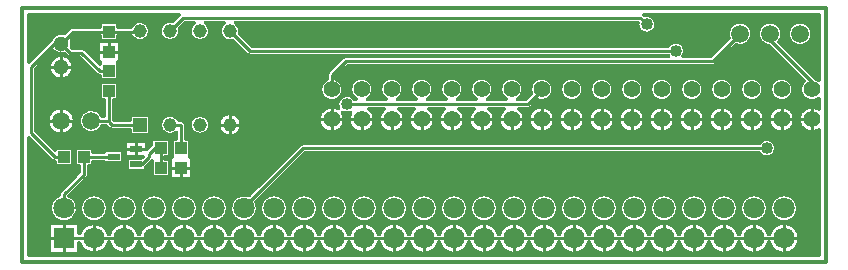
<source format=gbr>
G04 DesignSpark PCB Gerber Version 11.0 Build 5877*
%FSLAX35Y35*%
%MOIN*%
%ADD24R,0.03937X0.03937*%
%ADD106R,0.04563X0.04563*%
%ADD103R,0.07087X0.07087*%
%ADD11C,0.01000*%
%ADD10C,0.01200*%
%ADD13C,0.04000*%
%ADD107C,0.04563*%
%ADD105C,0.05118*%
%ADD102C,0.05500*%
%ADD108C,0.05916*%
%ADD104C,0.07087*%
%ADD109R,0.04134X0.01969*%
%ADD23R,0.03937X0.03937*%
X0Y0D02*
D02*
D10*
X1083Y600D02*
X269075D01*
Y85314D01*
X1083D01*
Y600D01*
X3484Y41850D02*
Y3000D01*
X266676D01*
Y44368D01*
G75*
G02*
X259967Y48022I-2360J3654D01*
G01*
G75*
G02*
X266676Y51676I4350J0D01*
G01*
Y54980D01*
G75*
G02*
X261717Y60862I-2360J3042D01*
G01*
X250054Y72525D01*
G75*
G02*
X246411Y76561I414J4037D01*
G01*
G75*
G02*
X254526I4058J0D01*
G01*
G75*
G02*
X253375Y73730I-4058J0D01*
G01*
X265383Y61721D01*
G75*
G02*
X266676Y61064I-1066J-3699D01*
G01*
Y82913D01*
X208390D01*
X208607Y82696D01*
G75*
G02*
X212453Y79687I746J-3009D01*
G01*
G75*
G02*
X206253I-3100J0D01*
G01*
G75*
G02*
X206309Y80276I3100J0D01*
G01*
X72329D01*
G75*
G02*
X73644Y76527I-1925J-2780D01*
G01*
X77636Y72535D01*
X216388D01*
G75*
G02*
X222143Y70935I2655J-1600D01*
G01*
G75*
G02*
X221539Y69096I-3100J0D01*
G01*
X230734D01*
X236698Y75060D01*
G75*
G02*
X236411Y76561I3770J1501D01*
G01*
G75*
G02*
X244526I4058J0D01*
G01*
G75*
G02*
X238959Y72795I-4058J0D01*
G01*
X232530Y66366D01*
G75*
G02*
X231397Y65896I-1133J1130D01*
G01*
X109671D01*
X105917Y62141D01*
Y61524D01*
G75*
G02*
X108167Y58022I-1600J-3502D01*
G01*
G75*
G02*
X100467I-3850J0D01*
G01*
G75*
G02*
X102717Y61524I3850J0D01*
G01*
Y62804D01*
G75*
G02*
X103187Y63937I1600J0D01*
G01*
X107876Y68626D01*
G75*
G02*
X109009Y69096I1133J-1130D01*
G01*
X216547D01*
G75*
G02*
X216388Y69335I2496J1837D01*
G01*
X76973D01*
G75*
G02*
X75841Y69805I0J1600D01*
G01*
X71386Y74259D01*
G75*
G02*
X68479Y80276I-982J3236D01*
G01*
X62329D01*
G75*
G02*
X63785Y77495I-1925J-2780D01*
G01*
G75*
G02*
X57022I-3381J0D01*
G01*
G75*
G02*
X58479Y80276I3381J0D01*
G01*
X55442D01*
X53641Y78474D01*
G75*
G02*
X53785Y77495I-3237J-979D01*
G01*
G75*
G02*
X47022I-3381J0D01*
G01*
G75*
G02*
X51376Y80734I3381J0D01*
G01*
X53553Y82913D01*
X3484D01*
Y67230D01*
X10646Y74391D01*
G75*
G02*
X15337Y76767I3496J-1083D01*
G01*
X17048Y78478D01*
G75*
G02*
X18181Y78948I1133J-1130D01*
G01*
X27013D01*
Y80417D01*
X33151D01*
Y78948D01*
X37351D01*
G75*
G02*
X43785Y77495I3053J-1453D01*
G01*
G75*
G02*
X37509Y75748I-3381J0D01*
G01*
X33151D01*
Y74281D01*
X27013D01*
Y75748D01*
X18843D01*
X17599Y74504D01*
G75*
G02*
Y72113I-3459J-1196D01*
G01*
X17803Y71909D01*
X20867D01*
G75*
G02*
X22000Y71439I0J-1600D01*
G01*
X27013Y66425D01*
Y67088D01*
X26513D01*
Y74224D01*
X33651D01*
Y67088D01*
X33151D01*
Y61151D01*
X27013D01*
Y62618D01*
X26957D01*
G75*
G02*
X25825Y63088I0J1600D01*
G01*
X20205Y68709D01*
X17143D01*
G75*
G02*
X16561Y68817I-2J1600D01*
G01*
G75*
G02*
X14141Y61276I-2420J-3383D01*
G01*
G75*
G02*
X9982Y65435I0J4159D01*
G01*
G75*
G02*
X16070Y69119I4159J0D01*
G01*
G75*
G02*
X16009Y69178I1074J1186D01*
G01*
X15336Y69850D01*
G75*
G02*
X11528Y70748I-1195J3459D01*
G01*
X5738Y64958D01*
Y44122D01*
X12045Y37815D01*
Y38679D01*
X18181D01*
Y32541D01*
X12045D01*
Y34011D01*
X11986D01*
G75*
G02*
X10854Y34481I0J1600D01*
G01*
X3484Y41850D01*
X256411Y76561D02*
G75*
G02*
X264526I4058J0D01*
G01*
G75*
G02*
X256411I-4058J0D01*
G01*
X239967Y48022D02*
G75*
G02*
X248667I4350J0D01*
G01*
G75*
G02*
X239967I-4350J0D01*
G01*
X240467Y58022D02*
G75*
G02*
X248167I3850J0D01*
G01*
G75*
G02*
X240467I-3850J0D01*
G01*
X229967Y48022D02*
G75*
G02*
X238667I4350J0D01*
G01*
G75*
G02*
X229967I-4350J0D01*
G01*
X230467Y58022D02*
G75*
G02*
X238167I3850J0D01*
G01*
G75*
G02*
X230467I-3850J0D01*
G01*
X170467D02*
G75*
G02*
X178167I3850J0D01*
G01*
G75*
G02*
X173150Y54353I-3850J0D01*
G01*
X170782Y51985D01*
G75*
G02*
X169650Y51516I-1132J1130D01*
G01*
X166908D01*
G75*
G02*
X168667Y48022I-2592J-3494D01*
G01*
G75*
G02*
X159967I-4350J0D01*
G01*
G75*
G02*
X161725Y51516I4350J0D01*
G01*
X156908D01*
G75*
G02*
X158667Y48022I-2592J-3494D01*
G01*
G75*
G02*
X149967I-4350J0D01*
G01*
G75*
G02*
X151725Y51516I4350J0D01*
G01*
X146908D01*
G75*
G02*
X148667Y48022I-2592J-3494D01*
G01*
G75*
G02*
X139967I-4350J0D01*
G01*
G75*
G02*
X141725Y51516I4350J0D01*
G01*
X136908D01*
G75*
G02*
X138667Y48022I-2592J-3494D01*
G01*
G75*
G02*
X129967I-4350J0D01*
G01*
G75*
G02*
X131725Y51516I4350J0D01*
G01*
X126908D01*
G75*
G02*
X128667Y48022I-2592J-3494D01*
G01*
G75*
G02*
X119967I-4350J0D01*
G01*
G75*
G02*
X121725Y51516I4350J0D01*
G01*
X116908D01*
G75*
G02*
X118667Y48022I-2592J-3494D01*
G01*
G75*
G02*
X109967I-4350J0D01*
G01*
G75*
G02*
X110610Y50298I4350J0D01*
G01*
G75*
G02*
X108022Y50300I-1292J2819D01*
G01*
G75*
G02*
X108667Y48022I-3706J-2278D01*
G01*
G75*
G02*
X99967I-4350J0D01*
G01*
G75*
G02*
X106526Y51769I4350J0D01*
G01*
G75*
G02*
X111974Y54716I2792J1348D01*
G01*
X112344D01*
G75*
G02*
X110467Y58022I1972J3306D01*
G01*
G75*
G02*
X118167I3850J0D01*
G01*
G75*
G02*
X116289Y54716I-3850J0D01*
G01*
X122344D01*
G75*
G02*
X120467Y58022I1972J3306D01*
G01*
G75*
G02*
X128167I3850J0D01*
G01*
G75*
G02*
X126289Y54716I-3850J0D01*
G01*
X132344D01*
G75*
G02*
X130467Y58022I1972J3306D01*
G01*
G75*
G02*
X138167I3850J0D01*
G01*
G75*
G02*
X136289Y54716I-3850J0D01*
G01*
X142344D01*
G75*
G02*
X140467Y58022I1972J3306D01*
G01*
G75*
G02*
X148167I3850J0D01*
G01*
G75*
G02*
X146289Y54716I-3850J0D01*
G01*
X152344D01*
G75*
G02*
X150467Y58022I1972J3306D01*
G01*
G75*
G02*
X158167I3850J0D01*
G01*
G75*
G02*
X156289Y54716I-3850J0D01*
G01*
X162344D01*
G75*
G02*
X160467Y58022I1972J3306D01*
G01*
G75*
G02*
X168167I3850J0D01*
G01*
G75*
G02*
X166289Y54716I-3850J0D01*
G01*
X168987D01*
X170778Y56506D01*
G75*
G02*
X170467Y58022I3539J1516D01*
G01*
X169967Y48022D02*
G75*
G02*
X178667I4350J0D01*
G01*
G75*
G02*
X169967I-4350J0D01*
G01*
X179967D02*
G75*
G02*
X188667I4350J0D01*
G01*
G75*
G02*
X179967I-4350J0D01*
G01*
X180467Y58022D02*
G75*
G02*
X188167I3850J0D01*
G01*
G75*
G02*
X180467I-3850J0D01*
G01*
X189967Y48022D02*
G75*
G02*
X198667I4350J0D01*
G01*
G75*
G02*
X189967I-4350J0D01*
G01*
X190467Y58022D02*
G75*
G02*
X198167I3850J0D01*
G01*
G75*
G02*
X190467I-3850J0D01*
G01*
X199967Y48022D02*
G75*
G02*
X208667I4350J0D01*
G01*
G75*
G02*
X199967I-4350J0D01*
G01*
X200467Y58022D02*
G75*
G02*
X208167I3850J0D01*
G01*
G75*
G02*
X200467I-3850J0D01*
G01*
X209967Y48022D02*
G75*
G02*
X218667I4350J0D01*
G01*
G75*
G02*
X209967I-4350J0D01*
G01*
X210467Y58022D02*
G75*
G02*
X218167I3850J0D01*
G01*
G75*
G02*
X210467I-3850J0D01*
G01*
X219967Y48022D02*
G75*
G02*
X228667I4350J0D01*
G01*
G75*
G02*
X219967I-4350J0D01*
G01*
X220467Y58022D02*
G75*
G02*
X228167I3850J0D01*
G01*
G75*
G02*
X220467I-3850J0D01*
G01*
X66522Y46243D02*
G75*
G02*
X74285I3881J0D01*
G01*
G75*
G02*
X66522I-3881J0D01*
G01*
X246710Y40024D02*
G75*
G02*
X252465Y38424I2655J-1600D01*
G01*
G75*
G02*
X246710Y36824I-3100J0D01*
G01*
X95454D01*
X79194Y20565D01*
G75*
G02*
X75079Y13772I-4116J-2150D01*
G01*
G75*
G02*
X70435Y18415I0J4643D01*
G01*
G75*
G02*
X76822Y22719I4643J0D01*
G01*
X93659Y39554D01*
G75*
G02*
X94791Y40024I1133J-1130D01*
G01*
X246710D01*
X255079Y23058D02*
G75*
G02*
Y13772I0J-4643D01*
G01*
G75*
G02*
X250435Y18415I0J4643D01*
G01*
G75*
G02*
X255079Y23058I4643J0D01*
G01*
X105079D02*
G75*
G02*
X109722Y18415I0J-4643D01*
G01*
G75*
G02*
X105079Y13772I-4643J0D01*
G01*
G75*
G02*
X100435Y18415I0J4643D01*
G01*
G75*
G02*
X105079Y23058I4643J0D01*
G01*
X115079D02*
G75*
G02*
X119722Y18415I0J-4643D01*
G01*
G75*
G02*
X115079Y13772I-4643J0D01*
G01*
G75*
G02*
X110435Y18415I0J4643D01*
G01*
G75*
G02*
X115079Y23058I4643J0D01*
G01*
X125079D02*
G75*
G02*
Y13772I0J-4643D01*
G01*
G75*
G02*
X120435Y18415I0J4643D01*
G01*
G75*
G02*
X125079Y23058I4643J0D01*
G01*
X135079D02*
G75*
G02*
X139722Y18415I0J-4643D01*
G01*
G75*
G02*
X135079Y13772I-4643J0D01*
G01*
G75*
G02*
X130435Y18415I0J4643D01*
G01*
G75*
G02*
X135079Y23058I4643J0D01*
G01*
X145079D02*
G75*
G02*
X149722Y18415I0J-4643D01*
G01*
G75*
G02*
X145079Y13772I-4643J0D01*
G01*
G75*
G02*
X140435Y18415I0J4643D01*
G01*
G75*
G02*
X145079Y23058I4643J0D01*
G01*
X155079D02*
G75*
G02*
X159722Y18415I0J-4643D01*
G01*
G75*
G02*
X155079Y13772I-4643J0D01*
G01*
G75*
G02*
X150435Y18415I0J4643D01*
G01*
G75*
G02*
X155079Y23058I4643J0D01*
G01*
X165079D02*
G75*
G02*
X169722Y18415I0J-4643D01*
G01*
G75*
G02*
X165079Y13772I-4643J0D01*
G01*
G75*
G02*
X160435Y18415I0J4643D01*
G01*
G75*
G02*
X165079Y23058I4643J0D01*
G01*
X175079D02*
G75*
G02*
Y13772I0J-4643D01*
G01*
G75*
G02*
X170435Y18415I0J4643D01*
G01*
G75*
G02*
X175079Y23058I4643J0D01*
G01*
X185079D02*
G75*
G02*
X189722Y18415I0J-4643D01*
G01*
G75*
G02*
X185079Y13772I-4643J0D01*
G01*
G75*
G02*
X180435Y18415I0J4643D01*
G01*
G75*
G02*
X185079Y23058I4643J0D01*
G01*
X195079D02*
G75*
G02*
X199722Y18415I0J-4643D01*
G01*
G75*
G02*
X195079Y13772I-4643J0D01*
G01*
G75*
G02*
X190435Y18415I0J4643D01*
G01*
G75*
G02*
X195079Y23058I4643J0D01*
G01*
X205079D02*
G75*
G02*
Y13772I0J-4643D01*
G01*
G75*
G02*
X200435Y18415I0J4643D01*
G01*
G75*
G02*
X205079Y23058I4643J0D01*
G01*
X215079D02*
G75*
G02*
X219722Y18415I0J-4643D01*
G01*
G75*
G02*
X215079Y13772I-4643J0D01*
G01*
G75*
G02*
X210435Y18415I0J4643D01*
G01*
G75*
G02*
X215079Y23058I4643J0D01*
G01*
X225079D02*
G75*
G02*
Y13772I0J-4643D01*
G01*
G75*
G02*
X220435Y18415I0J4643D01*
G01*
G75*
G02*
X225079Y23058I4643J0D01*
G01*
X235079D02*
G75*
G02*
X239722Y18415I0J-4643D01*
G01*
G75*
G02*
X235079Y13772I-4643J0D01*
G01*
G75*
G02*
X230435Y18415I0J4643D01*
G01*
G75*
G02*
X235079Y23058I4643J0D01*
G01*
X245079D02*
G75*
G02*
X249722Y18415I0J-4643D01*
G01*
G75*
G02*
X245079Y13772I-4643J0D01*
G01*
G75*
G02*
X240435Y18415I0J4643D01*
G01*
G75*
G02*
X245079Y23058I4643J0D01*
G01*
X85079D02*
G75*
G02*
X89722Y18415I0J-4643D01*
G01*
G75*
G02*
X85079Y13772I-4643J0D01*
G01*
G75*
G02*
X80435Y18415I0J4643D01*
G01*
G75*
G02*
X85079Y23058I4643J0D01*
G01*
X95079D02*
G75*
G02*
Y13772I0J-4643D01*
G01*
G75*
G02*
X90435Y18415I0J4643D01*
G01*
G75*
G02*
X95079Y23058I4643J0D01*
G01*
X57022Y46243D02*
G75*
G02*
X63785I3381J0D01*
G01*
G75*
G02*
X57022I-3381J0D01*
G01*
X65079Y23058D02*
G75*
G02*
X69722Y18415I0J-4643D01*
G01*
G75*
G02*
X65079Y13772I-4643J0D01*
G01*
G75*
G02*
X60435Y18415I0J4643D01*
G01*
G75*
G02*
X65079Y23058I4643J0D01*
G01*
X57072Y35427D02*
X57689D01*
Y28293D01*
X50553D01*
Y35427D01*
X50935D01*
Y41494D01*
X52554D01*
Y43633D01*
G75*
G02*
X47022Y46243I-2150J2610D01*
G01*
G75*
G02*
X53383Y47843I3381J0D01*
G01*
X54154D01*
G75*
G02*
X55754Y46243I0J-1600D01*
G01*
Y41494D01*
X57072D01*
Y35427D01*
X37021Y49624D02*
X43785D01*
Y42862D01*
X37021D01*
Y44643D01*
X31021D01*
G75*
G02*
X29889Y45113I0J1600D01*
G01*
X29112Y45890D01*
X27870D01*
G75*
G02*
X20083Y47490I-3729J1600D01*
G01*
G75*
G02*
X27870Y49090I4058J0D01*
G01*
X28483D01*
Y54458D01*
X27013D01*
Y60596D01*
X33151D01*
Y54458D01*
X31683D01*
Y47844D01*
X31684Y47843D01*
X37021D01*
Y49624D01*
X48910Y34927D02*
X50496D01*
Y28793D01*
X44360D01*
Y34125D01*
X42305Y32070D01*
Y30966D01*
X35970D01*
Y35135D01*
X40845D01*
X41294Y35584D01*
X35470D01*
Y40754D01*
X42805D01*
Y38091D01*
X44242Y39528D01*
Y41494D01*
X50380D01*
Y35356D01*
X48910D01*
Y34927D01*
X55079Y23058D02*
G75*
G02*
X59722Y18415I0J-4643D01*
G01*
G75*
G02*
X55079Y13772I-4643J0D01*
G01*
G75*
G02*
X50435Y18415I0J4643D01*
G01*
G75*
G02*
X55079Y23058I4643J0D01*
G01*
X45079D02*
G75*
G02*
Y13772I0J-4643D01*
G01*
G75*
G02*
X40435Y18415I0J4643D01*
G01*
G75*
G02*
X45079Y23058I4643J0D01*
G01*
X28490Y37694D02*
X34824D01*
Y33525D01*
X28490D01*
Y34011D01*
X24874D01*
Y32541D01*
X23405D01*
Y29671D01*
G75*
G02*
X22436Y28200I-1600J0D01*
G01*
X16915Y22680D01*
G75*
G02*
X15079Y13772I-1837J-4265D01*
G01*
G75*
G02*
X13480Y22774I0J4643D01*
G01*
Y23107D01*
G75*
G02*
X13950Y24240I1600J0D01*
G01*
X20205Y30495D01*
Y32541D01*
X18738D01*
Y38679D01*
X24874D01*
Y37211D01*
X28490D01*
Y37694D01*
X35079Y23058D02*
G75*
G02*
X39722Y18415I0J-4643D01*
G01*
G75*
G02*
X35079Y13772I-4643J0D01*
G01*
G75*
G02*
X30435Y18415I0J4643D01*
G01*
G75*
G02*
X35079Y23058I4643J0D01*
G01*
X25079D02*
G75*
G02*
X29722Y18415I0J-4643D01*
G01*
G75*
G02*
X25079Y13772I-4643J0D01*
G01*
G75*
G02*
X20435Y18415I0J4643D01*
G01*
G75*
G02*
X25079Y23058I4643J0D01*
G01*
X9583Y47490D02*
G75*
G02*
X18699I4558J0D01*
G01*
G75*
G02*
X9583I-4558J0D01*
G01*
X250079Y9620D02*
G75*
G02*
X260222Y8415I5000J-1206D01*
G01*
G75*
G02*
X250079Y7209I-5143J0D01*
G01*
G75*
G02*
X240079I-5000J1206D01*
G01*
G75*
G02*
X230079I-5000J1206D01*
G01*
G75*
G02*
X220079I-5000J1206D01*
G01*
G75*
G02*
X210079I-5000J1206D01*
G01*
G75*
G02*
X200079I-5000J1206D01*
G01*
G75*
G02*
X190079I-5000J1206D01*
G01*
G75*
G02*
X180079I-5000J1206D01*
G01*
G75*
G02*
X170079I-5000J1206D01*
G01*
G75*
G02*
X160079I-5000J1206D01*
G01*
G75*
G02*
X150079I-5000J1206D01*
G01*
G75*
G02*
X140079I-5000J1206D01*
G01*
G75*
G02*
X130079I-5000J1206D01*
G01*
G75*
G02*
X120079I-5000J1206D01*
G01*
G75*
G02*
X110079I-5000J1206D01*
G01*
G75*
G02*
X100079I-5000J1206D01*
G01*
G75*
G02*
X90079I-5000J1206D01*
G01*
G75*
G02*
X80079I-5000J1206D01*
G01*
G75*
G02*
X70079I-5000J1206D01*
G01*
G75*
G02*
X60079I-5000J1206D01*
G01*
G75*
G02*
X50079I-5000J1206D01*
G01*
G75*
G02*
X40079I-5000J1206D01*
G01*
G75*
G02*
X30079I-5000J1206D01*
G01*
G75*
G02*
X20222Y6722I-5000J1206D01*
G01*
Y3273D01*
X9935D01*
Y13557D01*
X20222D01*
Y10108D01*
G75*
G02*
X30079Y9620I4857J-1693D01*
G01*
G75*
G02*
X40079I5000J-1206D01*
G01*
G75*
G02*
X50079I5000J-1206D01*
G01*
G75*
G02*
X60079I5000J-1206D01*
G01*
G75*
G02*
X70079I5000J-1206D01*
G01*
G75*
G02*
X80079I5000J-1206D01*
G01*
G75*
G02*
X90079I5000J-1206D01*
G01*
G75*
G02*
X100079I5000J-1206D01*
G01*
G75*
G02*
X110079I5000J-1206D01*
G01*
G75*
G02*
X120079I5000J-1206D01*
G01*
G75*
G02*
X130079I5000J-1206D01*
G01*
G75*
G02*
X140079I5000J-1206D01*
G01*
G75*
G02*
X150079I5000J-1206D01*
G01*
G75*
G02*
X160079I5000J-1206D01*
G01*
G75*
G02*
X170079I5000J-1206D01*
G01*
G75*
G02*
X180079I5000J-1206D01*
G01*
G75*
G02*
X190079I5000J-1206D01*
G01*
G75*
G02*
X200079I5000J-1206D01*
G01*
G75*
G02*
X210079I5000J-1206D01*
G01*
G75*
G02*
X220079I5000J-1206D01*
G01*
G75*
G02*
X230079I5000J-1206D01*
G01*
G75*
G02*
X240079I5000J-1206D01*
G01*
G75*
G02*
X250079I5000J-1206D01*
G01*
X250467Y58022D02*
G75*
G02*
X258167I3850J0D01*
G01*
G75*
G02*
X250467I-3850J0D01*
G01*
X249967Y48022D02*
G75*
G02*
X258667I4350J0D01*
G01*
G75*
G02*
X249967I-4350J0D01*
G01*
X4084Y8415D02*
G36*
X4084Y8415D02*
Y3600D01*
X9935D01*
Y8415D01*
X4084D01*
G37*
X20222Y6722D02*
G36*
X20222Y6722D02*
Y3600D01*
X23270D01*
G75*
G02*
X20222Y6722I1808J4815D01*
G01*
G37*
X30079Y7209D02*
G36*
X30079Y7209D02*
G75*
G02*
X26887Y3600I-5000J1206D01*
G01*
X33270D01*
G75*
G02*
X30079Y7209I1808J4815D01*
G01*
G37*
X40079D02*
G36*
X40079Y7209D02*
G75*
G02*
X36887Y3600I-5000J1206D01*
G01*
X43270D01*
G75*
G02*
X40079Y7209I1808J4815D01*
G01*
G37*
X50079D02*
G36*
X50079Y7209D02*
G75*
G02*
X46887Y3600I-5000J1206D01*
G01*
X53270D01*
G75*
G02*
X50079Y7209I1808J4815D01*
G01*
G37*
X60079D02*
G36*
X60079Y7209D02*
G75*
G02*
X56887Y3600I-5000J1206D01*
G01*
X63270D01*
G75*
G02*
X60079Y7209I1808J4815D01*
G01*
G37*
X70079D02*
G36*
X70079Y7209D02*
G75*
G02*
X66887Y3600I-5000J1206D01*
G01*
X73270D01*
G75*
G02*
X70079Y7209I1808J4815D01*
G01*
G37*
X80079D02*
G36*
X80079Y7209D02*
G75*
G02*
X76887Y3600I-5000J1206D01*
G01*
X83270D01*
G75*
G02*
X80079Y7209I1808J4815D01*
G01*
G37*
X90079D02*
G36*
X90079Y7209D02*
G75*
G02*
X86887Y3600I-5000J1206D01*
G01*
X93270D01*
G75*
G02*
X90079Y7209I1808J4815D01*
G01*
G37*
X100079D02*
G36*
X100079Y7209D02*
G75*
G02*
X96887Y3600I-5000J1206D01*
G01*
X103270D01*
G75*
G02*
X100079Y7209I1808J4815D01*
G01*
G37*
X110079D02*
G36*
X110079Y7209D02*
G75*
G02*
X106887Y3600I-5000J1206D01*
G01*
X113270D01*
G75*
G02*
X110079Y7209I1808J4815D01*
G01*
G37*
X120079D02*
G36*
X120079Y7209D02*
G75*
G02*
X116887Y3600I-5000J1206D01*
G01*
X123270D01*
G75*
G02*
X120079Y7209I1808J4815D01*
G01*
G37*
X130079D02*
G36*
X130079Y7209D02*
G75*
G02*
X126887Y3600I-5000J1206D01*
G01*
X133270D01*
G75*
G02*
X130079Y7209I1808J4815D01*
G01*
G37*
X140079D02*
G36*
X140079Y7209D02*
G75*
G02*
X136887Y3600I-5000J1206D01*
G01*
X143270D01*
G75*
G02*
X140079Y7209I1808J4815D01*
G01*
G37*
X150079D02*
G36*
X150079Y7209D02*
G75*
G02*
X146887Y3600I-5000J1206D01*
G01*
X153270D01*
G75*
G02*
X150079Y7209I1808J4815D01*
G01*
G37*
X160079D02*
G36*
X160079Y7209D02*
G75*
G02*
X156887Y3600I-5000J1206D01*
G01*
X163270D01*
G75*
G02*
X160079Y7209I1808J4815D01*
G01*
G37*
X170079D02*
G36*
X170079Y7209D02*
G75*
G02*
X166887Y3600I-5000J1206D01*
G01*
X173270D01*
G75*
G02*
X170079Y7209I1808J4815D01*
G01*
G37*
X180079D02*
G36*
X180079Y7209D02*
G75*
G02*
X176887Y3600I-5000J1206D01*
G01*
X183270D01*
G75*
G02*
X180079Y7209I1808J4815D01*
G01*
G37*
X190079D02*
G36*
X190079Y7209D02*
G75*
G02*
X186887Y3600I-5000J1206D01*
G01*
X193270D01*
G75*
G02*
X190079Y7209I1808J4815D01*
G01*
G37*
X200079D02*
G36*
X200079Y7209D02*
G75*
G02*
X196887Y3600I-5000J1206D01*
G01*
X203270D01*
G75*
G02*
X200079Y7209I1808J4815D01*
G01*
G37*
X210079D02*
G36*
X210079Y7209D02*
G75*
G02*
X206887Y3600I-5000J1206D01*
G01*
X213270D01*
G75*
G02*
X210079Y7209I1808J4815D01*
G01*
G37*
X220079D02*
G36*
X220079Y7209D02*
G75*
G02*
X216887Y3600I-5000J1206D01*
G01*
X223270D01*
G75*
G02*
X220079Y7209I1808J4815D01*
G01*
G37*
X230079D02*
G36*
X230079Y7209D02*
G75*
G02*
X226887Y3600I-5000J1206D01*
G01*
X233270D01*
G75*
G02*
X230079Y7209I1808J4815D01*
G01*
G37*
X240079D02*
G36*
X240079Y7209D02*
G75*
G02*
X236887Y3600I-5000J1206D01*
G01*
X243270D01*
G75*
G02*
X240079Y7209I1808J4815D01*
G01*
G37*
X250079D02*
G36*
X250079Y7209D02*
G75*
G02*
X246887Y3600I-5000J1206D01*
G01*
X253270D01*
G75*
G02*
X250079Y7209I1809J4815D01*
G01*
G37*
X260222Y8415D02*
G36*
X260222Y8415D02*
G75*
G02*
X256887Y3600I-5143J0D01*
G01*
X266076D01*
Y8415D01*
X260222D01*
G37*
X4084Y18415D02*
G36*
X4084Y18415D02*
Y8415D01*
X9935D01*
Y13557D01*
X20222D01*
Y10108D01*
G75*
G02*
X30079Y9620I4857J-1693D01*
G01*
G75*
G02*
X40079I5000J-1206D01*
G01*
G75*
G02*
X50079I5000J-1206D01*
G01*
G75*
G02*
X60079I5000J-1206D01*
G01*
G75*
G02*
X70079I5000J-1206D01*
G01*
G75*
G02*
X80079I5000J-1206D01*
G01*
G75*
G02*
X90079I5000J-1206D01*
G01*
G75*
G02*
X100079I5000J-1206D01*
G01*
G75*
G02*
X110079I5000J-1206D01*
G01*
G75*
G02*
X120079I5000J-1206D01*
G01*
G75*
G02*
X130079I5000J-1206D01*
G01*
G75*
G02*
X140079I5000J-1206D01*
G01*
G75*
G02*
X150079I5000J-1206D01*
G01*
G75*
G02*
X160079I5000J-1206D01*
G01*
G75*
G02*
X170079I5000J-1206D01*
G01*
G75*
G02*
X180079I5000J-1206D01*
G01*
G75*
G02*
X190079I5000J-1206D01*
G01*
G75*
G02*
X200079I5000J-1206D01*
G01*
G75*
G02*
X210079I5000J-1206D01*
G01*
G75*
G02*
X220079I5000J-1206D01*
G01*
G75*
G02*
X230079I5000J-1206D01*
G01*
G75*
G02*
X240079I5000J-1206D01*
G01*
G75*
G02*
X250079I5000J-1206D01*
G01*
G75*
G02*
X260222Y8415I5000J-1206D01*
G01*
X266076D01*
Y18415D01*
X259722D01*
G75*
G02*
X255079Y13772I-4643J0D01*
G01*
G75*
G02*
X250435Y18415I0J4643D01*
G01*
Y18415D01*
X249722D01*
Y18415D01*
G75*
G02*
X245079Y13772I-4643J0D01*
G01*
G75*
G02*
X240435Y18415I0J4643D01*
G01*
Y18415D01*
X239722D01*
Y18415D01*
G75*
G02*
X235079Y13772I-4643J0D01*
G01*
G75*
G02*
X230435Y18415I0J4643D01*
G01*
Y18415D01*
X229722D01*
G75*
G02*
X225079Y13772I-4643J0D01*
G01*
G75*
G02*
X220435Y18415I0J4643D01*
G01*
Y18415D01*
X219722D01*
Y18415D01*
G75*
G02*
X215079Y13772I-4643J0D01*
G01*
G75*
G02*
X210435Y18415I0J4643D01*
G01*
Y18415D01*
X209722D01*
G75*
G02*
X205079Y13772I-4643J0D01*
G01*
G75*
G02*
X200435Y18415I0J4643D01*
G01*
Y18415D01*
X199722D01*
Y18415D01*
G75*
G02*
X195079Y13772I-4643J0D01*
G01*
G75*
G02*
X190435Y18415I0J4643D01*
G01*
Y18415D01*
X189722D01*
Y18415D01*
G75*
G02*
X185079Y13772I-4643J0D01*
G01*
G75*
G02*
X180435Y18415I0J4643D01*
G01*
Y18415D01*
X179722D01*
G75*
G02*
X175079Y13772I-4643J0D01*
G01*
G75*
G02*
X170435Y18415I0J4643D01*
G01*
Y18415D01*
X169722D01*
Y18415D01*
G75*
G02*
X165079Y13772I-4643J0D01*
G01*
G75*
G02*
X160435Y18415I0J4643D01*
G01*
Y18415D01*
X159722D01*
Y18415D01*
G75*
G02*
X155079Y13772I-4643J0D01*
G01*
G75*
G02*
X150435Y18415I0J4643D01*
G01*
Y18415D01*
X149722D01*
Y18415D01*
G75*
G02*
X145079Y13772I-4643J0D01*
G01*
G75*
G02*
X140435Y18415I0J4643D01*
G01*
Y18415D01*
X139722D01*
Y18415D01*
G75*
G02*
X135079Y13772I-4643J0D01*
G01*
G75*
G02*
X130435Y18415I0J4643D01*
G01*
Y18415D01*
X129722D01*
G75*
G02*
X125079Y13772I-4643J0D01*
G01*
G75*
G02*
X120435Y18415I0J4643D01*
G01*
Y18415D01*
X119722D01*
Y18415D01*
G75*
G02*
X115079Y13772I-4643J0D01*
G01*
G75*
G02*
X110435Y18415I0J4643D01*
G01*
Y18415D01*
X109722D01*
Y18415D01*
G75*
G02*
X105079Y13772I-4643J0D01*
G01*
G75*
G02*
X100435Y18415I0J4643D01*
G01*
Y18415D01*
X99722D01*
G75*
G02*
X95079Y13772I-4643J0D01*
G01*
G75*
G02*
X90435Y18415I0J4643D01*
G01*
Y18415D01*
X89722D01*
Y18415D01*
G75*
G02*
X85079Y13772I-4643J0D01*
G01*
G75*
G02*
X80435Y18415I0J4643D01*
G01*
Y18415D01*
X79722D01*
G75*
G02*
X75079Y13772I-4643J0D01*
G01*
G75*
G02*
X70435Y18415I0J4643D01*
G01*
Y18415D01*
X69722D01*
Y18415D01*
G75*
G02*
X65079Y13772I-4643J0D01*
G01*
G75*
G02*
X60435Y18415I0J4643D01*
G01*
Y18415D01*
X59722D01*
Y18415D01*
G75*
G02*
X55079Y13772I-4643J0D01*
G01*
G75*
G02*
X50435Y18415I0J4643D01*
G01*
Y18415D01*
X49722D01*
G75*
G02*
X45079Y13772I-4643J0D01*
G01*
G75*
G02*
X40435Y18415I0J4643D01*
G01*
Y18415D01*
X39722D01*
Y18415D01*
G75*
G02*
X35079Y13772I-4643J0D01*
G01*
G75*
G02*
X30435Y18415I0J4643D01*
G01*
Y18415D01*
X29722D01*
Y18415D01*
G75*
G02*
X25079Y13772I-4643J0D01*
G01*
G75*
G02*
X20435Y18415I0J4643D01*
G01*
Y18415D01*
X19722D01*
G75*
G02*
X15079Y13772I-4643J0D01*
G01*
G75*
G02*
X10435Y18415I0J4643D01*
G01*
X4084D01*
G37*
Y27648D02*
G36*
X4084Y27648D02*
Y18415D01*
X10435D01*
G75*
G02*
X13480Y22774I4643J0D01*
G01*
Y23107D01*
Y23107D01*
G75*
G02*
X13950Y24240I1599J0D01*
G01*
X17358Y27648D01*
X4084D01*
G37*
X16915Y22680D02*
G36*
X16915Y22680D02*
G75*
G02*
X19722Y18415I-1837J-4265D01*
G01*
X20435D01*
Y18415D01*
G75*
G02*
X25079Y23058I4643J0D01*
G01*
G75*
G02*
X29722Y18415I0J-4643D01*
G01*
Y18415D01*
X30435D01*
Y18415D01*
G75*
G02*
X35079Y23058I4643J0D01*
G01*
G75*
G02*
X39722Y18415I0J-4643D01*
G01*
Y18415D01*
X40435D01*
Y18415D01*
G75*
G02*
X45079Y23058I4643J0D01*
G01*
G75*
G02*
X49722Y18415I0J-4643D01*
G01*
X50435D01*
Y18415D01*
G75*
G02*
X55079Y23058I4643J0D01*
G01*
G75*
G02*
X59722Y18415I0J-4643D01*
G01*
Y18415D01*
X60435D01*
Y18415D01*
G75*
G02*
X65079Y23058I4643J0D01*
G01*
G75*
G02*
X69722Y18415I0J-4643D01*
G01*
Y18415D01*
X70435D01*
G75*
G02*
X76822Y22719I4643J0D01*
G01*
X81752Y27648D01*
X21883D01*
X16915Y22680D01*
G37*
X79722Y18415D02*
G36*
X79722Y18415D02*
X80435D01*
Y18415D01*
G75*
G02*
X85079Y23058I4643J0D01*
G01*
G75*
G02*
X89722Y18415I0J-4643D01*
G01*
Y18415D01*
X90435D01*
Y18415D01*
G75*
G02*
X95079Y23058I4643J0D01*
G01*
G75*
G02*
X99722Y18415I0J-4643D01*
G01*
X100435D01*
Y18415D01*
G75*
G02*
X105079Y23058I4643J0D01*
G01*
G75*
G02*
X109722Y18415I0J-4643D01*
G01*
Y18415D01*
X110435D01*
Y18415D01*
G75*
G02*
X115079Y23058I4643J0D01*
G01*
G75*
G02*
X119722Y18415I0J-4643D01*
G01*
Y18415D01*
X120435D01*
Y18415D01*
G75*
G02*
X125079Y23058I4643J0D01*
G01*
G75*
G02*
X129722Y18415I0J-4643D01*
G01*
X130435D01*
Y18415D01*
G75*
G02*
X135079Y23058I4643J0D01*
G01*
G75*
G02*
X139722Y18415I0J-4643D01*
G01*
Y18415D01*
X140435D01*
Y18415D01*
G75*
G02*
X145079Y23058I4643J0D01*
G01*
G75*
G02*
X149722Y18415I0J-4643D01*
G01*
Y18415D01*
X150435D01*
Y18415D01*
G75*
G02*
X155079Y23058I4643J0D01*
G01*
G75*
G02*
X159722Y18415I0J-4643D01*
G01*
Y18415D01*
X160435D01*
Y18415D01*
G75*
G02*
X165079Y23058I4643J0D01*
G01*
G75*
G02*
X169722Y18415I0J-4643D01*
G01*
Y18415D01*
X170435D01*
Y18415D01*
G75*
G02*
X175079Y23058I4643J0D01*
G01*
G75*
G02*
X179722Y18415I0J-4643D01*
G01*
X180435D01*
Y18415D01*
G75*
G02*
X185079Y23058I4643J0D01*
G01*
G75*
G02*
X189722Y18415I0J-4643D01*
G01*
Y18415D01*
X190435D01*
Y18415D01*
G75*
G02*
X195079Y23058I4643J0D01*
G01*
G75*
G02*
X199722Y18415I0J-4643D01*
G01*
Y18415D01*
X200435D01*
Y18415D01*
G75*
G02*
X205079Y23058I4643J0D01*
G01*
G75*
G02*
X209722Y18415I0J-4643D01*
G01*
X210435D01*
Y18415D01*
G75*
G02*
X215079Y23058I4643J0D01*
G01*
G75*
G02*
X219722Y18415I0J-4643D01*
G01*
Y18415D01*
X220435D01*
Y18415D01*
G75*
G02*
X225079Y23058I4643J0D01*
G01*
G75*
G02*
X229722Y18415I0J-4643D01*
G01*
X230435D01*
Y18415D01*
G75*
G02*
X235079Y23058I4643J0D01*
G01*
G75*
G02*
X239722Y18415I0J-4643D01*
G01*
Y18415D01*
X240435D01*
Y18415D01*
G75*
G02*
X245079Y23058I4643J0D01*
G01*
G75*
G02*
X249722Y18415I0J-4643D01*
G01*
Y18415D01*
X250435D01*
Y18415D01*
G75*
G02*
X255079Y23058I4643J0D01*
G01*
G75*
G02*
X259722Y18415I0J-4643D01*
G01*
X266076D01*
Y27648D01*
X86278D01*
X79194Y20565D01*
G75*
G02*
X79722Y18415I-4116J-2150D01*
G01*
G37*
X4084Y35143D02*
G36*
X4084Y35143D02*
Y27648D01*
X17358D01*
X20205Y30495D01*
Y32541D01*
X18738D01*
Y35143D01*
X18181D01*
Y32541D01*
X12045D01*
Y34011D01*
X11986D01*
G75*
G02*
X10854Y34481I0J1599D01*
G01*
X10191Y35143D01*
X4084D01*
G37*
X22436Y28200D02*
G36*
X22436Y28200D02*
X21883Y27648D01*
X81752D01*
X89248Y35143D01*
X57689D01*
Y28293D01*
X50553D01*
Y35143D01*
X48910D01*
Y34927D01*
X50496D01*
Y28793D01*
X44360D01*
Y34125D01*
X42305Y32070D01*
Y30966D01*
X35970D01*
Y35135D01*
X40845D01*
X40853Y35143D01*
X34824D01*
Y33525D01*
X28490D01*
Y34011D01*
X24874D01*
Y32541D01*
X23405D01*
Y29671D01*
G75*
G02*
X22436Y28200I-1602J1D01*
G01*
G37*
X93773Y35143D02*
G36*
X93773Y35143D02*
X86278Y27648D01*
X266076D01*
Y35143D01*
X93773D01*
G37*
X4084Y41250D02*
G36*
X4084Y41250D02*
Y35143D01*
X10191D01*
X4084Y41250D01*
G37*
X5738Y48022D02*
G36*
X5738Y48022D02*
Y44122D01*
X12045Y37815D01*
Y38679D01*
X18181D01*
Y35143D01*
X18738D01*
Y38679D01*
X24874D01*
Y37211D01*
X28490D01*
Y37694D01*
X34824D01*
Y35143D01*
X40853D01*
X41294Y35584D01*
X35470D01*
Y40754D01*
X42805D01*
Y38091D01*
X44242Y39528D01*
Y41494D01*
X50380D01*
Y35356D01*
X48910D01*
Y35143D01*
X50553D01*
Y35427D01*
X50935D01*
Y41494D01*
X52554D01*
Y43633D01*
G75*
G02*
X47022Y46243I-2150J2610D01*
G01*
G75*
G02*
X47528Y48022I3382J0D01*
G01*
X43785D01*
Y42862D01*
X37021D01*
Y44643D01*
X31021D01*
G75*
G02*
X29889Y45113I0J1599D01*
G01*
X29112Y45890D01*
X27870D01*
G75*
G02*
X20083Y47490I-3729J1600D01*
G01*
G75*
G02*
X20118Y48022I4058J0D01*
G01*
X18668D01*
G75*
G02*
X18699Y47490I-4527J-531D01*
G01*
G75*
G02*
X9583I-4558J0D01*
G01*
G75*
G02*
X9614Y48022I4558J1D01*
G01*
X5738D01*
G37*
X31683D02*
G36*
X31683Y48022D02*
Y47844D01*
X31684Y47843D01*
X37021D01*
Y48022D01*
X31683D01*
G37*
X53280D02*
G36*
X53280Y48022D02*
G75*
G02*
X53383Y47843I-2876J-1779D01*
G01*
X54154D01*
G75*
G02*
X55754Y46244I0J-1600D01*
G01*
Y46243D01*
Y41494D01*
X57072D01*
Y35427D01*
X57689D01*
Y35143D01*
X89248D01*
X93659Y39554D01*
G75*
G02*
X94791Y40024I1132J-1129D01*
G01*
X246710D01*
G75*
G02*
X252465Y38424I2655J-1600D01*
G01*
G75*
G02*
X246710Y36824I-3100J0D01*
G01*
X95454D01*
X93773Y35143D01*
X266076D01*
Y44044D01*
G75*
G02*
X259967Y48022I-1759J3978D01*
G01*
X258667D01*
G75*
G02*
X249967I-4350J0D01*
G01*
X248667D01*
G75*
G02*
X239967I-4350J0D01*
G01*
X238667D01*
G75*
G02*
X229967I-4350J0D01*
G01*
X228667D01*
G75*
G02*
X219967I-4350J0D01*
G01*
X218667D01*
G75*
G02*
X209967I-4350J0D01*
G01*
X208667D01*
G75*
G02*
X199967I-4350J0D01*
G01*
X198667D01*
G75*
G02*
X189967I-4350J0D01*
G01*
X188667D01*
G75*
G02*
X179967I-4350J0D01*
G01*
X178667D01*
G75*
G02*
X169967I-4350J0D01*
G01*
X168667D01*
G75*
G02*
X159967I-4350J0D01*
G01*
X158667D01*
G75*
G02*
X149967I-4350J0D01*
G01*
X148667D01*
G75*
G02*
X139967I-4350J0D01*
G01*
X138667D01*
G75*
G02*
X129967I-4350J0D01*
G01*
X128667D01*
G75*
G02*
X119967I-4350J0D01*
G01*
X118667D01*
G75*
G02*
X109967I-4350J0D01*
G01*
X108667D01*
G75*
G02*
X99967I-4350J0D01*
G01*
X73854D01*
G75*
G02*
X74285Y46243I-3450J-1779D01*
G01*
G75*
G02*
X66522I-3881J0D01*
G01*
G75*
G02*
X66954Y48022I3881J0D01*
G01*
X63280D01*
G75*
G02*
X63785Y46243I-2876J-1778D01*
G01*
G75*
G02*
X57022I-3381J0D01*
G01*
G75*
G02*
X57528Y48022I3381J0D01*
G01*
X53280D01*
G37*
X5738Y58022D02*
G36*
X5738Y58022D02*
Y48022D01*
X9614D01*
G75*
G02*
X18668I4527J-532D01*
G01*
X20118D01*
G75*
G02*
X27870Y49090I4023J-532D01*
G01*
X28483D01*
Y54458D01*
X27013D01*
Y58022D01*
X5738D01*
G37*
X31683Y54458D02*
G36*
X31683Y54458D02*
Y48022D01*
X37021D01*
Y49624D01*
X43785D01*
Y48022D01*
X47528D01*
G75*
G02*
X53280I2876J-1779D01*
G01*
X57528D01*
G75*
G02*
X63280I2876J-1779D01*
G01*
X66954D01*
G75*
G02*
X73854I3450J-1779D01*
G01*
X99967D01*
G75*
G02*
X106526Y51769I4350J0D01*
G01*
G75*
G02*
X106218Y53117I2792J1348D01*
G01*
G75*
G02*
X111974Y54716I3100J0D01*
G01*
X112344D01*
G75*
G02*
X110467Y58022I1973J3307D01*
G01*
X108167D01*
G75*
G02*
X100467I-3850J0D01*
G01*
X33151D01*
Y54458D01*
X31683D01*
G37*
X108667Y48022D02*
G36*
X108667Y48022D02*
Y48022D01*
X109967D01*
G75*
G02*
Y48023I4511J0D01*
G01*
G75*
G02*
X110610Y50298I4346J0D01*
G01*
G75*
G02*
X108022Y50300I-1292J2819D01*
G01*
G75*
G02*
X108667Y48022I-3704J-2278D01*
G01*
G37*
X118167Y58021D02*
G36*
X118167Y58021D02*
G75*
G02*
X116289Y54716I-3849J0D01*
G01*
X122344D01*
G75*
G02*
X120467Y58022I1973J3307D01*
G01*
X118167D01*
G75*
G02*
Y58021I-4511J0D01*
G01*
G37*
X118667Y48022D02*
G36*
X118667Y48022D02*
Y48022D01*
X119967D01*
Y48022D01*
G75*
G02*
X121725Y51516I4349J0D01*
G01*
X116908D01*
G75*
G02*
X118667Y48022I-2591J-3493D01*
G01*
G37*
X128167Y58021D02*
G36*
X128167Y58021D02*
G75*
G02*
X126289Y54716I-3849J0D01*
G01*
X132344D01*
G75*
G02*
X130467Y58022I1973J3307D01*
G01*
X128167D01*
G75*
G02*
Y58021I-4511J0D01*
G01*
G37*
X128667Y48022D02*
G36*
X128667Y48022D02*
Y48022D01*
X129967D01*
Y48022D01*
G75*
G02*
X131725Y51516I4349J0D01*
G01*
X126908D01*
G75*
G02*
X128667Y48022I-2591J-3493D01*
G01*
G37*
X138167Y58021D02*
G36*
X138167Y58021D02*
G75*
G02*
X136289Y54716I-3849J0D01*
G01*
X142344D01*
G75*
G02*
X140467Y58022I1973J3307D01*
G01*
X138167D01*
G75*
G02*
Y58021I-4511J0D01*
G01*
G37*
X138667Y48022D02*
G36*
X138667Y48022D02*
Y48022D01*
X139967D01*
Y48022D01*
G75*
G02*
X141725Y51516I4349J0D01*
G01*
X136908D01*
G75*
G02*
X138667Y48022I-2591J-3493D01*
G01*
G37*
X148167Y58021D02*
G36*
X148167Y58021D02*
G75*
G02*
X146289Y54716I-3849J0D01*
G01*
X152344D01*
G75*
G02*
X150467Y58022I1973J3307D01*
G01*
X148167D01*
G75*
G02*
Y58021I-4511J0D01*
G01*
G37*
X148667Y48022D02*
G36*
X148667Y48022D02*
Y48022D01*
X149967D01*
Y48022D01*
G75*
G02*
X151725Y51516I4349J0D01*
G01*
X146908D01*
G75*
G02*
X148667Y48022I-2591J-3493D01*
G01*
G37*
X158167Y58021D02*
G36*
X158167Y58021D02*
G75*
G02*
X156289Y54716I-3849J0D01*
G01*
X162344D01*
G75*
G02*
X160467Y58022I1973J3307D01*
G01*
X158167D01*
G75*
G02*
Y58021I-4511J0D01*
G01*
G37*
X158667Y48022D02*
G36*
X158667Y48022D02*
Y48022D01*
X159967D01*
Y48022D01*
G75*
G02*
X161725Y51516I4349J0D01*
G01*
X156908D01*
G75*
G02*
X158667Y48022I-2591J-3493D01*
G01*
G37*
X168167Y58021D02*
G36*
X168167Y58021D02*
G75*
G02*
X166289Y54716I-3849J0D01*
G01*
X168987D01*
X170778Y56506D01*
G75*
G02*
X170467Y58022I3547J1518D01*
G01*
X168167D01*
G75*
G02*
Y58021I-4511J0D01*
G01*
G37*
X168667Y48022D02*
G36*
X168667Y48022D02*
Y48022D01*
X169967D01*
G75*
G02*
X178667I4350J0D01*
G01*
X179967D01*
G75*
G02*
X188667I4350J0D01*
G01*
X189967D01*
G75*
G02*
X198667I4350J0D01*
G01*
X199967D01*
G75*
G02*
X208667I4350J0D01*
G01*
X209967D01*
G75*
G02*
X218667I4350J0D01*
G01*
X219967D01*
G75*
G02*
X228667I4350J0D01*
G01*
X229967D01*
G75*
G02*
X238667I4350J0D01*
G01*
X239967D01*
G75*
G02*
X248667I4350J0D01*
G01*
X249967D01*
G75*
G02*
X258667I4350J0D01*
G01*
X259967D01*
G75*
G02*
X266076Y52000I4350J0D01*
G01*
Y54598D01*
G75*
G02*
X260467Y58022I-1760J3424D01*
G01*
X258167D01*
G75*
G02*
X250467I-3850J0D01*
G01*
X248167D01*
G75*
G02*
X240467I-3850J0D01*
G01*
X238167D01*
G75*
G02*
X230467I-3850J0D01*
G01*
X228167D01*
G75*
G02*
X220467I-3850J0D01*
G01*
X218167D01*
G75*
G02*
X210467I-3850J0D01*
G01*
X208167D01*
G75*
G02*
X200467I-3850J0D01*
G01*
X198167D01*
G75*
G02*
X190467I-3850J0D01*
G01*
X188167D01*
G75*
G02*
X180467I-3850J0D01*
G01*
X178167D01*
G75*
G02*
X173150Y54353I-3850J0D01*
G01*
X170782Y51985D01*
G75*
G02*
X169650Y51516I-1133J1131D01*
G01*
X166908D01*
G75*
G02*
X168667Y48022I-2591J-3493D01*
G01*
G37*
X4084Y76561D02*
G36*
X4084Y76561D02*
Y67830D01*
X10646Y74391D01*
G75*
G02*
X12465Y76561I3496J-1083D01*
G01*
X4084D01*
G37*
X5738Y64958D02*
G36*
X5738Y64958D02*
Y58022D01*
X27013D01*
Y60596D01*
X33151D01*
Y58022D01*
X100467D01*
G75*
G02*
X102717Y61524I3851J0D01*
G01*
Y62804D01*
Y62804D01*
G75*
G02*
X103187Y63937I1599J0D01*
G01*
X107876Y68626D01*
G75*
G02*
X109009Y69096I1132J-1129D01*
G01*
X216547D01*
G75*
G02*
X216388Y69335I2445J1802D01*
G01*
X76973D01*
G75*
G02*
X75841Y69805I0J1599D01*
G01*
X71386Y74259D01*
G75*
G02*
X67154Y76561I-982J3236D01*
G01*
X63654D01*
G75*
G02*
X57154I-3250J934D01*
G01*
X53654D01*
G75*
G02*
X47154I-3250J934D01*
G01*
X43654D01*
G75*
G02*
X37509Y75748I-3250J934D01*
G01*
X33151D01*
Y74281D01*
X27013D01*
Y75748D01*
X18843D01*
X17599Y74504D01*
G75*
G02*
X17800Y73309I-3460J-1196D01*
G01*
G75*
G02*
X17599Y72113I-3662J0D01*
G01*
X17803Y71909D01*
X20867D01*
G75*
G02*
X22000Y71439I0J-1599D01*
G01*
X27013Y66425D01*
Y67088D01*
X26513D01*
Y74224D01*
X33651D01*
Y67088D01*
X33151D01*
Y61151D01*
X27013D01*
Y62618D01*
X26957D01*
G75*
G02*
X25825Y63088I0J1599D01*
G01*
X20205Y68709D01*
X17143D01*
G75*
G02*
X16561Y68817I-2J1598D01*
G01*
G75*
G02*
X18300Y65435I-2420J-3383D01*
G01*
G75*
G02*
X14141Y61276I-4159J0D01*
G01*
G75*
G02*
X9982Y65435I0J4159D01*
G01*
Y65435D01*
G75*
G02*
X16070Y69119I4159J0D01*
G01*
G75*
G02*
X16009Y69178I1430J1559D01*
G01*
X15336Y69850D01*
G75*
G02*
X11528Y70748I-1195J3458D01*
G01*
X5738Y64958D01*
G37*
X73654Y76561D02*
G36*
X73654Y76561D02*
G75*
G02*
X73644Y76527I-3254J943D01*
G01*
X77636Y72535D01*
X216388D01*
G75*
G02*
X222143Y70935I2655J-1600D01*
G01*
G75*
G02*
Y70934I-2654J0D01*
G01*
G75*
G02*
X221539Y69096I-3098J0D01*
G01*
X230734D01*
X236698Y75060D01*
G75*
G02*
X236411Y76560I3763J1500D01*
G01*
G75*
G02*
Y76561I4511J1D01*
G01*
X73654D01*
G37*
X105917Y62141D02*
G36*
X105917Y62141D02*
Y61524D01*
G75*
G02*
X108167Y58022I-1601J-3502D01*
G01*
X110467D01*
G75*
G02*
X118167I3850J0D01*
G01*
X120467D01*
G75*
G02*
X128167I3850J0D01*
G01*
X130467D01*
G75*
G02*
X138167I3850J0D01*
G01*
X140467D01*
G75*
G02*
X148167I3850J0D01*
G01*
X150467D01*
G75*
G02*
X158167I3850J0D01*
G01*
X160467D01*
G75*
G02*
X168167I3850J0D01*
G01*
X170467D01*
G75*
G02*
X178167I3850J0D01*
G01*
X180467D01*
G75*
G02*
X188167I3850J0D01*
G01*
X190467D01*
G75*
G02*
X198167I3850J0D01*
G01*
X200467D01*
G75*
G02*
X208167I3850J0D01*
G01*
X210467D01*
G75*
G02*
X218167I3850J0D01*
G01*
X220467D01*
G75*
G02*
X228167I3850J0D01*
G01*
X230467D01*
G75*
G02*
X238167I3850J0D01*
G01*
X240467D01*
G75*
G02*
X248167I3850J0D01*
G01*
X250467D01*
G75*
G02*
X258167I3850J0D01*
G01*
X260467D01*
G75*
G02*
X261717Y60862I3850J0D01*
G01*
X250054Y72525D01*
G75*
G02*
X246411Y76561I414J4037D01*
G01*
X244526D01*
G75*
G02*
X238959Y72795I-4058J0D01*
G01*
X232530Y66366D01*
G75*
G02*
X231397Y65896I-1132J1129D01*
G01*
X109671D01*
X105917Y62141D01*
G37*
X254526Y76561D02*
G36*
X254526Y76561D02*
G75*
G02*
X253375Y73730I-4058J0D01*
G01*
X265383Y61721D01*
G75*
G02*
X266076Y61446I-1062J-3691D01*
G01*
Y76561D01*
X264526D01*
G75*
G02*
X256411I-4058J0D01*
G01*
X254526D01*
G37*
X4084Y82313D02*
G36*
X4084Y82313D02*
Y76561D01*
X12465D01*
G75*
G02*
X15337Y76767I1676J-3253D01*
G01*
X17048Y78478D01*
G75*
G02*
X18181Y78948I1132J-1129D01*
G01*
X27013D01*
Y80417D01*
X33151D01*
Y78948D01*
X37351D01*
G75*
G02*
X43785Y77495I3053J-1453D01*
G01*
G75*
G02*
X43654Y76561I-3381J0D01*
G01*
X47154D01*
G75*
G02*
X47022Y77495I3250J934D01*
G01*
G75*
G02*
X51376Y80734I3381J0D01*
G01*
X52954Y82313D01*
X4084D01*
G37*
X53785Y77495D02*
G36*
X53785Y77495D02*
G75*
G02*
X53654Y76561I-3381J0D01*
G01*
X57154D01*
G75*
G02*
X57022Y77495I3250J934D01*
G01*
G75*
G02*
X58479Y80276I3382J0D01*
G01*
X55442D01*
X53641Y78474D01*
G75*
G02*
X53785Y77495I-3249J-981D01*
G01*
G37*
X63785D02*
G36*
X63785Y77495D02*
G75*
G02*
X63654Y76561I-3381J0D01*
G01*
X67154D01*
G75*
G02*
X67022Y77495I3250J934D01*
G01*
G75*
G02*
X68479Y80276I3381J0D01*
G01*
X62329D01*
G75*
G02*
X63785Y77495I-1925J-2781D01*
G01*
G37*
X73785Y77496D02*
G36*
X73785Y77496D02*
G75*
G02*
X73654Y76561I-3382J0D01*
G01*
X236411D01*
G75*
G02*
X244526I4058J0D01*
G01*
X246411D01*
G75*
G02*
X254526I4058J0D01*
G01*
X256411D01*
G75*
G02*
X264526I4058J0D01*
G01*
X266076D01*
Y82313D01*
X211002D01*
G75*
G02*
X212453Y79688I-1649J-2625D01*
G01*
Y79687D01*
G75*
G02*
X206253I-3100J0D01*
G01*
G75*
G02*
X206309Y80276I3119J-2D01*
G01*
X72329D01*
G75*
G02*
X73785Y77496I-1924J-2780D01*
G01*
G37*
D02*
D11*
X11683Y47490D02*
X9583D01*
X12035Y8415D02*
X9935D01*
X12082Y65435D02*
X9982D01*
X14141Y45032D02*
Y42932D01*
Y49948D02*
Y52048D01*
Y63376D02*
Y61276D01*
Y67494D02*
Y69594D01*
Y73309D02*
X11826D01*
X4138Y65620D01*
Y43459D01*
X11986Y35611D01*
X15112D01*
X15079Y5372D02*
Y3273D01*
Y11458D02*
Y13557D01*
Y18415D02*
Y23107D01*
X21643Y29672D01*
X21805D01*
Y35611D01*
X16200Y65435D02*
X18300D01*
X16599Y47490D02*
X18699D01*
X21805Y35611D02*
X31657D01*
X25079Y5372D02*
Y3272D01*
Y8415D02*
X35079D01*
X25079D02*
X15079D01*
X25079Y11458D02*
Y13558D01*
X28615Y70656D02*
X26513D01*
X30083Y47490D02*
Y57526D01*
Y47490D02*
Y47181D01*
X31021Y46243D01*
X40404D01*
X30083Y47490D02*
X24141D01*
X30083Y64219D02*
X26957D01*
X20867Y70309D01*
X17140D01*
X14141Y73309D01*
X30083Y72124D02*
Y74224D01*
Y77348D02*
X18181D01*
X14141Y73309D01*
X30083Y77348D02*
X40404D01*
Y77495D01*
X31552Y70656D02*
X33651D01*
X35079Y5372D02*
Y3272D01*
Y11458D02*
Y13558D01*
X37571Y38170D02*
X35470D01*
X39138Y37686D02*
Y35584D01*
Y38654D02*
Y40754D01*
X40705Y38170D02*
X42805D01*
X45079Y5372D02*
Y3272D01*
Y8415D02*
X55079D01*
X45079D02*
X35079D01*
X45079Y11458D02*
Y13558D01*
X47310Y38424D02*
Y31977D01*
X47427Y31860D01*
X47310Y38424D02*
X45401D01*
X43525Y36549D01*
Y35553D01*
X41024Y33052D01*
X39138D01*
X52652Y31860D02*
X50553D01*
X54003Y38424D02*
X54154D01*
Y46243D01*
X50404D01*
X54120Y30391D02*
Y28293D01*
X55079Y5372D02*
Y3272D01*
Y11458D02*
Y13558D01*
X55589Y31860D02*
X57689D01*
X65079Y5372D02*
Y3272D01*
Y8415D02*
X75079D01*
X65079D02*
X55079D01*
X65079Y11458D02*
Y13558D01*
X68622Y46243D02*
X66522D01*
X70404Y44462D02*
Y42362D01*
Y46243D02*
X83064D01*
X84843Y48022D01*
X104317D01*
X70404Y48025D02*
Y50125D01*
X72185Y46243D02*
X74285D01*
X75079Y5372D02*
Y3272D01*
Y11458D02*
Y13558D01*
X85079Y5372D02*
Y3272D01*
Y8415D02*
X95079D01*
X85079D02*
X75079D01*
X85079Y11458D02*
Y13558D01*
X95079Y5372D02*
Y3272D01*
Y11458D02*
Y13558D01*
X102067Y48022D02*
X99967D01*
X104317Y45772D02*
Y43672D01*
Y48022D02*
X114317D01*
X104317Y50272D02*
Y52372D01*
Y58022D02*
Y62804D01*
X109009Y67496D01*
X228896D01*
X231397D01*
X240462Y76561D01*
X240469D01*
X105079Y5372D02*
Y3272D01*
Y8415D02*
X115079D01*
X105079D02*
X95079D01*
X105079Y11458D02*
Y13558D01*
X106567Y48022D02*
X108667D01*
X109318Y53117D02*
X169650D01*
X174339Y57806D01*
Y58022D01*
X174317D01*
X112067Y48022D02*
X109967D01*
X114317Y45772D02*
Y43672D01*
X115079Y5372D02*
Y3272D01*
Y11458D02*
Y13558D01*
X116567Y48022D02*
X118667D01*
X122067D02*
X119967D01*
X124317Y45772D02*
Y43672D01*
Y48022D02*
X114317D01*
X125079Y5372D02*
Y3272D01*
Y8415D02*
X135079D01*
X125079D02*
X115079D01*
X125079Y11458D02*
Y13558D01*
X126567Y48022D02*
X128667D01*
X132067D02*
X129967D01*
X134317Y45772D02*
Y43672D01*
Y48022D02*
X124317D01*
X135079Y5372D02*
Y3272D01*
Y11458D02*
Y13558D01*
X136567Y48022D02*
X138667D01*
X142067D02*
X139967D01*
X144317Y45772D02*
Y43672D01*
Y48022D02*
X134317D01*
X145079Y5372D02*
Y3272D01*
Y8415D02*
X155079D01*
X145079D02*
X135079D01*
X145079Y11458D02*
Y13558D01*
X146567Y48022D02*
X148667D01*
X152067D02*
X149967D01*
X154317Y45772D02*
Y43672D01*
Y48022D02*
X144317D01*
X155079Y5372D02*
Y3272D01*
Y11458D02*
Y13558D01*
X156567Y48022D02*
X158667D01*
X162067D02*
X159967D01*
X164317Y45772D02*
Y43672D01*
Y48022D02*
X174317D01*
X164317D02*
X154317D01*
X165079Y5372D02*
Y3272D01*
Y8415D02*
X175079D01*
X165079D02*
X155079D01*
X165079Y11458D02*
Y13558D01*
X166567Y48022D02*
X168667D01*
X172067D02*
X169967D01*
X174317Y45772D02*
Y43672D01*
Y48022D02*
X184317D01*
X174317Y50272D02*
Y52372D01*
X175079Y5372D02*
Y3272D01*
Y11458D02*
Y13558D01*
X176567Y48022D02*
X178667D01*
X182067D02*
X179967D01*
X184317Y45772D02*
Y43672D01*
Y50272D02*
Y52372D01*
X185079Y5372D02*
Y3272D01*
Y8415D02*
X195079D01*
X185079D02*
X175079D01*
X185079Y11458D02*
Y13558D01*
X186567Y48022D02*
X188667D01*
X192067D02*
X189967D01*
X194317Y45772D02*
Y43672D01*
Y48022D02*
X184317D01*
X194317Y50272D02*
Y52372D01*
X195079Y5372D02*
Y3272D01*
Y11458D02*
Y13558D01*
X196567Y48022D02*
X198667D01*
X202067D02*
X199967D01*
X204317Y45772D02*
Y43672D01*
Y48022D02*
X194317D01*
X204317Y50272D02*
Y52372D01*
X205079Y5372D02*
Y3272D01*
Y8415D02*
X215079D01*
X205079D02*
X195079D01*
X205079Y11458D02*
Y13558D01*
X206567Y48022D02*
X208667D01*
X209353Y79687D02*
X207165Y81876D01*
X54779D01*
X50398Y77495D01*
X50404D01*
X212067Y48022D02*
X209967D01*
X214317Y45772D02*
Y43672D01*
Y48022D02*
X204317D01*
X214317Y50272D02*
Y52372D01*
X215079Y5372D02*
Y3272D01*
Y11458D02*
Y13558D01*
X216567Y48022D02*
X218667D01*
X219043Y70935D02*
X76973D01*
X70413Y77495D01*
X70404D01*
X222067Y48022D02*
X219967D01*
X224317Y45772D02*
Y43672D01*
Y48022D02*
X214317D01*
X224317Y50272D02*
Y52372D01*
X225079Y5372D02*
Y3272D01*
Y8415D02*
X235079D01*
X225079D02*
X215079D01*
X225079Y11458D02*
Y13558D01*
X226567Y48022D02*
X228667D01*
X232067D02*
X229967D01*
X234317Y45772D02*
Y43672D01*
Y48022D02*
X224317D01*
X234317Y50272D02*
Y52372D01*
X235079Y5372D02*
Y3272D01*
Y11458D02*
Y13558D01*
X236567Y48022D02*
X238667D01*
X242067D02*
X239967D01*
X244317Y45772D02*
Y43672D01*
Y48022D02*
X234317D01*
X244317Y50272D02*
Y52372D01*
X245079Y5372D02*
Y3272D01*
Y8415D02*
X255079D01*
X245079D02*
X235079D01*
X245079Y11458D02*
Y13558D01*
X246567Y48022D02*
X248667D01*
X249365Y38424D02*
X94791D01*
X75079Y18712D01*
Y18415D01*
X250469Y76561D02*
Y74373D01*
X264317Y60525D01*
Y58022D01*
X252067Y48022D02*
X249967D01*
X254317Y45772D02*
Y43672D01*
Y48022D02*
X264317D01*
X254317D02*
X244317D01*
X254317Y50272D02*
Y52372D01*
X255079Y5372D02*
Y3272D01*
Y11458D02*
Y13558D01*
X256567Y48022D02*
X258667D01*
X258122Y8415D02*
X260222D01*
X262067Y48022D02*
X259967D01*
X264317Y45772D02*
Y43672D01*
Y50272D02*
Y52372D01*
D02*
D13*
X109318Y53117D03*
X209353Y79687D03*
X219043Y70935D03*
X249365Y38424D03*
D02*
D23*
X15112Y35611D03*
X21805D03*
X47310Y38424D03*
X47427Y31860D03*
X54003Y38424D03*
X54120Y31860D03*
D02*
D24*
X30083Y57526D03*
Y64219D03*
Y70656D03*
Y77348D03*
D02*
D102*
X104317Y48022D03*
Y58022D03*
X114317Y48022D03*
Y58022D03*
X124317Y48022D03*
Y58022D03*
X134317Y48022D03*
Y58022D03*
X144317Y48022D03*
Y58022D03*
X154317Y48022D03*
Y58022D03*
X164317Y48022D03*
Y58022D03*
X174317Y48022D03*
Y58022D03*
X184317Y48022D03*
Y58022D03*
X194317Y48022D03*
Y58022D03*
X204317Y48022D03*
Y58022D03*
X214317Y48022D03*
Y58022D03*
X224317Y48022D03*
Y58022D03*
X234317Y48022D03*
Y58022D03*
X244317Y48022D03*
Y58022D03*
X254317Y48022D03*
Y58022D03*
X264317Y48022D03*
Y58022D03*
D02*
D103*
X15079Y8415D03*
D02*
D104*
Y18415D03*
X25079Y8415D03*
Y18415D03*
X35079Y8415D03*
Y18415D03*
X45079Y8415D03*
Y18415D03*
X55079Y8415D03*
Y18415D03*
X65079Y8415D03*
Y18415D03*
X75079Y8415D03*
Y18415D03*
X85079Y8415D03*
Y18415D03*
X95079Y8415D03*
Y18415D03*
X105079Y8415D03*
Y18415D03*
X115079Y8415D03*
Y18415D03*
X125079Y8415D03*
Y18415D03*
X135079Y8415D03*
Y18415D03*
X145079Y8415D03*
Y18415D03*
X155079Y8415D03*
Y18415D03*
X165079Y8415D03*
Y18415D03*
X175079Y8415D03*
Y18415D03*
X185079Y8415D03*
Y18415D03*
X195079Y8415D03*
Y18415D03*
X205079Y8415D03*
Y18415D03*
X215079Y8415D03*
Y18415D03*
X225079Y8415D03*
Y18415D03*
X235079Y8415D03*
Y18415D03*
X245079Y8415D03*
Y18415D03*
X255079Y8415D03*
Y18415D03*
D02*
D105*
X14141Y65435D03*
Y73309D03*
D02*
D106*
X40404Y46243D03*
D02*
D107*
Y77495D03*
X50404Y46243D03*
Y77495D03*
X60404Y46243D03*
Y77495D03*
X70404Y46243D03*
Y77495D03*
D02*
D108*
X14141Y47490D03*
X24141D03*
X240469Y76561D03*
X250469D03*
X260469D03*
D02*
D109*
X31657Y35611D03*
X39138Y33052D03*
Y38170D03*
X0Y0D02*
M02*

</source>
